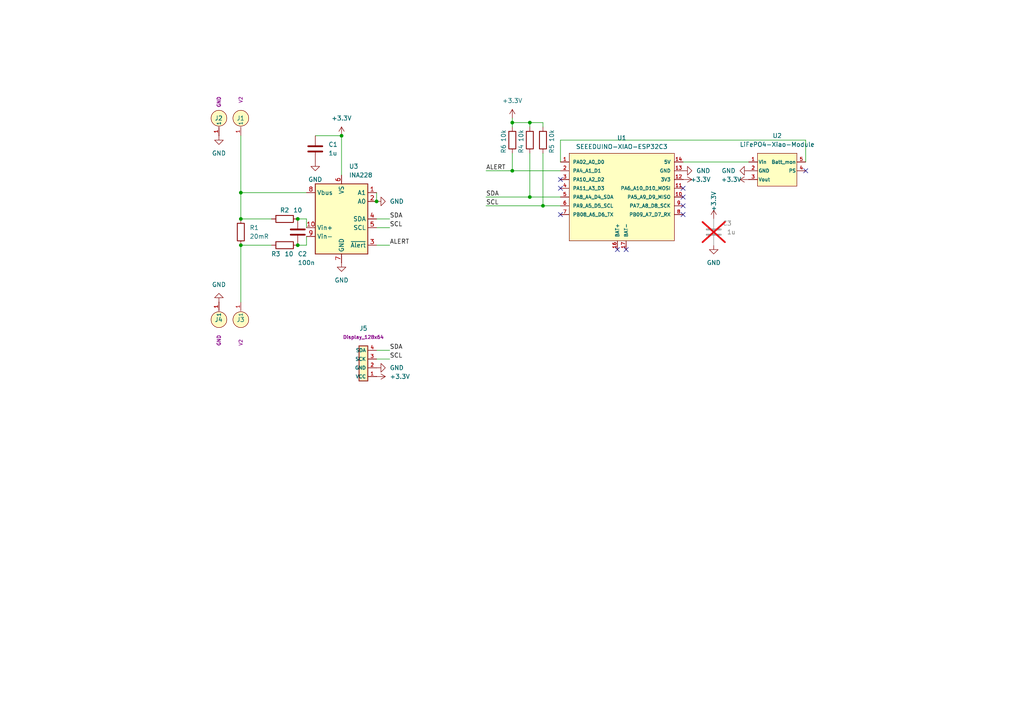
<source format=kicad_sch>
(kicad_sch (version 20250114) (generator "eeschema") (generator_version "9.0")
  (paper "A4")
  (lib_symbols
    (symbol "Device:C" (pin_numbers (hide yes)) (pin_names (offset 0.254))
      (property "Reference" "C" (at 0.635 2.54 0))
      (property "Value" "C" (at 0.635 -2.54 0))
      (symbol "C_0_1"
        (polyline (pts (xy -2.032 0.762) (xy 2.032 0.762)) (stroke (width 0.508)))
        (polyline (pts (xy -2.032 -0.762) (xy 2.032 -0.762)) (stroke (width 0.508)))
      )
      (symbol "C_1_1"
        (pin passive line (at 0 3.81 270) (length 2.794) (name "~") (number "1"))
        (pin passive line (at 0 -3.81 90) (length 2.794) (name "~") (number "2"))
      )
    )
    (symbol "Device:R" (pin_numbers (hide yes)) (pin_names (offset 0))
      (property "Reference" "R" (at 2.032 0 90))
      (property "Value" "R" (at 0 0 90))
      (symbol "R_0_1"
        (rectangle (start -1.016 -2.54) (end 1.016 2.54) (stroke (width 0.254)))
      )
      (symbol "R_1_1"
        (pin passive line (at 0 3.81 270) (length 1.27) (name "~") (number "1"))
        (pin passive line (at 0 -3.81 90) (length 1.27) (name "~") (number "2"))
      )
    )
    (symbol "Marcus_Connectors:Banana-Socket"
      (property "Reference" "J" (at 6.985 5.08 0))
      (property "SchematicName" "Banana-Socket" (at 2.54 -3.175 0))
      (symbol "Banana-Socket_0_1"
        (circle (center 7.62 0) (radius 2.2895) (fill (type color) (color 255 252 194 1)))
      )
      (symbol "Banana-Socket_1_1"
        (pin passive line (at 2.54 0 0) (length 2.54) (name "1") (number "1"))
      )
    )
    (symbol "Marcus_Modules:Display-OLED-1.3-Module"
      (property "Reference" "J" (at 5.08 3.175 0))
      (property "SchematicName" "Display_128x64" (at 5.08 -10.16 0))
      (symbol "Display-OLED-1.3-Module_1_1"
        (rectangle (start 5.08 1.27) (end 7.62 -8.89) (stroke (width 0.254)) (fill (type background)))
        (pin passive line (at 2.54 0 0) (length 2.54) (name "VCC") (number "1"))
        (pin passive line (at 2.54 -2.54 0) (length 2.54) (name "GND") (number "2"))
        (pin passive line (at 2.54 -5.08 0) (length 2.54) (name "SCK") (number "3"))
        (pin passive line (at 2.54 -7.62 0) (length 2.54) (name "SDA") (number "4"))
      )
    )
    (symbol "Marcus_Modules:LiFePO4-Xiao-Module" (pin_names (offset 0.254))
      (property "Reference" "U" (at 4.064 4.572 0))
      (property "Value" "LiFePO4-Xiao-Module" (at 5.588 2.032 0))
      (symbol "LiFePO4-Xiao-Module_1_1"
        (rectangle (start 0 0) (end 11.43 -9.525) (fill (type background)))
        (pin passive line (at -2.54 -2.54 0) (length 2.54) (name "Vin") (number "1"))
        (pin passive line (at -2.54 -5.08 0) (length 2.54) (name "GND") (number "2"))
        (pin passive line (at -2.54 -7.62 0) (length 2.54) (name "Vout") (number "3"))
        (pin passive line (at 13.97 -2.54 180) (length 2.54) (name "Batt_mon") (number "5"))
        (pin passive line (at 13.97 -5.08 180) (length 2.54) (name "PS") (number "4"))
      )
    )
    (symbol "Marcus_Modules:SEEEDUINO-XIAO-ESP32C3" (pin_names (offset 1.016))
      (property "Reference" "U" (at 13.335 8.89 0))
      (property "Value" "SEEEDUINO-XIAO-ESP32C3" (at 0 3.81 0))
      (symbol "SEEEDUINO-XIAO-ESP32C3_1_0"
        (rectangle (start 0 0.635) (end 30.48 -24.765) (fill (type background)))
        (pin passive line (at -2.54 -1.905 0) (length 2.54) (name "PA02_A0_D0") (number "1"))
        (pin passive line (at -2.54 -4.445 0) (length 2.54) (name "PA4_A1_D1") (number "2"))
        (pin passive line (at -2.54 -6.985 0) (length 2.54) (name "PA10_A2_D2") (number "3"))
        (pin passive line (at -2.54 -9.525 0) (length 2.54) (name "PA11_A3_D3") (number "4"))
        (pin passive line (at -2.54 -12.065 0) (length 2.54) (name "PA8_A4_D4_SDA") (number "5"))
        (pin passive line (at -2.54 -14.605 0) (length 2.54) (name "PA9_A5_D5_SCL") (number "6"))
        (pin passive line (at -2.54 -17.145 0) (length 2.54) (name "PB08_A6_D6_TX") (number "7"))
        (pin passive line (at 33.02 -1.905 180) (length 2.54) (name "5V") (number "14"))
        (pin passive line (at 33.02 -4.445 180) (length 2.54) (name "GND") (number "13"))
        (pin passive line (at 33.02 -6.985 180) (length 2.54) (name "3V3") (number "12"))
        (pin passive line (at 33.02 -9.525 180) (length 2.54) (name "PA6_A10_D10_MOSI") (number "11"))
        (pin passive line (at 33.02 -12.065 180) (length 2.54) (name "PA5_A9_D9_MISO") (number "10"))
        (pin passive line (at 33.02 -14.605 180) (length 2.54) (name "PA7_A8_D8_SCK") (number "9"))
        (pin passive line (at 33.02 -17.145 180) (length 2.54) (name "PB09_A7_D7_RX") (number "8"))
      )
      (symbol "SEEEDUINO-XIAO-ESP32C3_1_1"
        (pin passive line (at 13.97 -27.305 90) (length 2.54) (name "BAT+") (number "16"))
        (pin passive line (at 16.51 -27.305 90) (length 2.54) (name "BAT-") (number "17"))
      )
    )
    (symbol "Sensor_Energy:INA228"
      (property "Reference" "U" (at -6.35 11.43 0))
      (property "Value" "INA228" (at 3.81 11.43 0))
      (symbol "INA228_0_1"
        (rectangle (start 7.62 10.16) (end -7.62 -10.16) (stroke (width 0.254)) (fill (type background)))
      )
      (symbol "INA228_1_1"
        (pin input line (at -10.16 7.62 0) (length 2.54) (name "Vbus") (number "8"))
        (pin input line (at -10.16 -2.54 0) (length 2.54) (name "Vin+") (number "10"))
        (pin input line (at -10.16 -5.08 0) (length 2.54) (name "Vin-") (number "9"))
        (pin power_in line (at 0 12.7 270) (length 2.54) (name "VS") (number "6"))
        (pin power_in line (at 0 -12.7 90) (length 2.54) (name "GND") (number "7"))
        (pin input line (at 10.16 7.62 180) (length 2.54) (name "A1") (number "1"))
        (pin input line (at 10.16 5.08 180) (length 2.54) (name "A0") (number "2"))
        (pin bidirectional line (at 10.16 0 180) (length 2.54) (name "SDA") (number "4"))
        (pin input line (at 10.16 -2.54 180) (length 2.54) (name "SCL") (number "5"))
        (pin open_collector line (at 10.16 -7.62 180) (length 2.54) (name "~{Alert}") (number "3"))
      )
    )
    (symbol "power:+3.3V" (power) (pin_numbers (hide yes)) (pin_names (offset 0) (hide yes))
      (property "Value" "+3.3V" (at 0 3.556 0))
      (symbol "+3.3V_0_1"
        (polyline (pts (xy -0.762 1.27) (xy 0 2.54)))
        (polyline (pts (xy 0 2.54) (xy 0.762 1.27)))
        (polyline (pts (xy 0 0) (xy 0 2.54)))
      )
      (symbol "+3.3V_1_1"
        (pin power_in line (at 0 0 90) (length 0) (name "~") (number "1"))
      )
    )
    (symbol "power:GND" (power) (pin_numbers (hide yes)) (pin_names (offset 0) (hide yes))
      (property "Value" "GND" (at 0 -3.81 0))
      (symbol "GND_0_1"
        (polyline (pts (xy 0 0) (xy 0 -1.27) (xy 1.27 -1.27) (xy 0 -2.54) (xy -1.27 -1.27) (xy 0 -1.27)))
      )
      (symbol "GND_1_1"
        (pin power_in line (at 0 0 270) (length 0) (name "~") (number "1"))
      )
    )
  )
  (junction (at 157.48 59.69))
  (junction (at 86.36 63.5))
  (junction (at 86.36 71.12))
  (junction (at 109.22 58.42))
  (junction (at 99.06 39.37))
  (junction (at 69.85 63.5))
  (junction (at 153.67 35.56))
  (junction (at 148.59 35.56))
  (junction (at 69.85 71.12))
  (junction (at 148.59 49.53))
  (junction (at 153.67 57.15))
  (junction (at 69.85 55.88))
  (no_connect (at 198.12 62.23))
  (no_connect (at 162.56 62.23))
  (no_connect (at 162.56 52.07))
  (no_connect (at 181.61 72.39))
  (no_connect (at 162.56 54.61))
  (no_connect (at 198.12 59.69))
  (no_connect (at 198.12 57.15))
  (no_connect (at 198.12 54.61))
  (no_connect (at 233.68 49.53))
  (no_connect (at 179.07 72.39))
  (wire (pts (xy 148.59 36.83) (xy 148.59 35.56)))
  (wire (pts (xy 153.67 36.83) (xy 153.67 35.56)))
  (wire (pts (xy 69.85 55.88) (xy 69.85 63.5)))
  (wire (pts (xy 153.67 44.45) (xy 153.67 57.15)))
  (wire (pts (xy 69.85 63.5) (xy 78.74 63.5)))
  (wire (pts (xy 88.9 55.88) (xy 69.85 55.88)))
  (wire (pts (xy 148.59 35.56) (xy 153.67 35.56)))
  (wire (pts (xy 148.59 49.53) (xy 162.56 49.53)))
  (wire (pts (xy 157.48 44.45) (xy 157.48 59.69)))
  (wire (pts (xy 109.22 101.6) (xy 113.03 101.6)))
  (wire (pts (xy 157.48 35.56) (xy 153.67 35.56)))
  (wire (pts (xy 109.22 104.14) (xy 113.03 104.14)))
  (wire (pts (xy 157.48 35.56) (xy 157.48 36.83)))
  (wire (pts (xy 88.9 68.58) (xy 88.9 71.12)))
  (wire (pts (xy 86.36 63.5) (xy 88.9 63.5)))
  (wire (pts (xy 140.97 59.69) (xy 157.48 59.69)))
  (wire (pts (xy 109.22 63.5) (xy 113.03 63.5)))
  (wire (pts (xy 153.67 57.15) (xy 162.56 57.15)))
  (wire (pts (xy 88.9 66.04) (xy 88.9 63.5)))
  (wire (pts (xy 140.97 49.53) (xy 148.59 49.53)))
  (wire (pts (xy 91.44 39.37) (xy 99.06 39.37)))
  (wire (pts (xy 162.56 40.64) (xy 162.56 46.99)))
  (wire (pts (xy 157.48 59.69) (xy 162.56 59.69)))
  (wire (pts (xy 109.22 71.12) (xy 113.03 71.12)))
  (wire (pts (xy 233.68 40.64) (xy 162.56 40.64)))
  (wire (pts (xy 109.22 55.88) (xy 109.22 58.42)))
  (wire (pts (xy 69.85 39.37) (xy 69.85 55.88)))
  (wire (pts (xy 148.59 35.56) (xy 148.59 34.29)))
  (wire (pts (xy 99.06 39.37) (xy 99.06 50.8)))
  (wire (pts (xy 69.85 71.12) (xy 69.85 87.63)))
  (wire (pts (xy 109.22 66.04) (xy 113.03 66.04)))
  (wire (pts (xy 69.85 71.12) (xy 78.74 71.12)))
  (wire (pts (xy 148.59 44.45) (xy 148.59 49.53)))
  (wire (pts (xy 140.97 57.15) (xy 153.67 57.15)))
  (wire (pts (xy 86.36 71.12) (xy 88.9 71.12)))
  (wire (pts (xy 233.68 46.99) (xy 233.68 40.64)))
  (wire (pts (xy 198.12 46.99) (xy 217.17 46.99)))
  (label "ALERT" (at 113.03 71.12 0))
  (label "SDA" (at 113.03 101.6 0))
  (label "SCL" (at 140.97 59.69 0))
  (label "SCL" (at 113.03 66.04 0))
  (label "SDA" (at 140.97 57.15 0))
  (label "SCL" (at 113.03 104.14 0))
  (label "ALERT" (at 140.97 49.53 0))
  (label "SDA" (at 113.03 63.5 0))
  (symbol (lib_id "Marcus_Modules:LiFePO4-Xiao-Module") (at 219.71 44.45 0) (unit 1)
    (property "Reference" "U2" (at 225.425 39.37 0))
    (property "Value" "LiFePO4-Xiao-Module" (at 225.425 41.91 0))
    (property "Footprint" "Marcus_Modules:LiFePO4-Xiao-Module" (effects (hide yes)))
    (property "Description" "LiFePO4-charge and discharge module for Seeed Xiao" (effects (hide yes)))
  )
  (symbol (lib_id "power:+3.3V") (at 99.06 39.37 0) (unit 1)
    (property "Reference" "#PWR09" (effects (hide yes)))
    (property "Value" "+3.3V" (at 99.06 34.29 0))
    (property "Description" "Power symbol creates a global label with name \"+3.3V\"" (effects (hide yes)))
  )
  (symbol (lib_id "power:GND") (at 217.17 49.53 270) (unit 1)
    (property "Reference" "#PWR02" (effects (hide yes)))
    (property "Value" "GND" (at 213.36 49.5299 90) (effects (justify right)))
    (property "Description" "Power symbol creates a global label with name \"GND\" , ground" (effects (hide yes)))
  )
  (symbol (lib_id "power:GND") (at 99.06 76.2 0) (unit 1)
    (property "Reference" "#PWR08" (effects (hide yes)))
    (property "Value" "GND" (at 99.06 81.28 0))
    (property "Description" "Power symbol creates a global label with name \"GND\" , ground" (effects (hide yes)))
  )
  (symbol (lib_id "Device:C") (at 207.01 67.31 0) (unit 1) (dnp yes)
    (property "Reference" "C3" (at 209.55 64.77 0) (effects (justify left)))
    (property "Value" "1u" (at 210.82 67.31 0) (effects (justify left)))
    (property "Footprint" "Capacitor_SMD:C_0805_2012Metric" (effects (hide yes)))
    (property "Description" "Unpolarized capacitor" (effects (hide yes)))
  )
  (symbol (lib_id "power:+3.3V") (at 109.22 109.22 270) (unit 1)
    (property "Reference" "#PWR04" (effects (hide yes)))
    (property "Value" "+3.3V" (at 113.03 109.2199 90) (effects (justify left)))
    (property "Description" "Power symbol creates a global label with name \"+3.3V\"" (effects (hide yes)))
  )
  (symbol (lib_id "Sensor_Energy:INA228") (at 99.06 63.5 0) (unit 1)
    (property "Reference" "U3" (at 101.2033 48.26 0) (effects (justify left)))
    (property "Value" "INA228" (at 101.2033 50.8 0) (effects (justify left)))
    (property "Footprint" "Package_SO:VSSOP-10_3x3mm_P0.5mm" (effects (hide yes)))
    (property "Datasheet" "https://www.ti.com/lit/ds/symlink/ina228.pdf" (effects (hide yes)))
    (property "Description" "High-Side or Low-Side Measurement, Bi-Directional Current and Power Monitor (0-85V) with I2C, SMBus-, and PMBus-Compatible Interface, VSSOP-10" (effects (hide yes)))
  )
  (symbol (lib_id "power:+3.3V") (at 198.12 52.07 270) (unit 1)
    (property "Reference" "#PWR013" (effects (hide yes)))
    (property "Value" "+3.3V" (at 203.2 52.07 90))
    (property "Description" "Power symbol creates a global label with name \"+3.3V\"" (effects (hide yes)))
  )
  (symbol (lib_id "Marcus_Connectors:Banana-Socket") (at 69.85 41.91 90) (unit 1)
    (property "Reference" "J1" (at 68.58 34.29 90) (effects (justify right)))
    (property "Value" "Banana-Socket" (effects (hide yes)))
    (property "Footprint" "Marcus_Connectors:banana-socket" (effects (hide yes)))
    (property "Datasheet" "https://www.keyelco.com/product.cfm/product_id/2379" (effects (hide yes)))
    (property "Description" "Banana Socket Connector; Bullet" (effects (hide yes)))
    (property "Height" "2.49" (effects (hide yes)))
    (property "Mouser Part Number" "534-575-4" (effects (hide yes)))
    (property "Mouser Price/Stock" "https://www.mouser.co.uk/ProductDetail/Keystone-Electronics/575-4?qs=w4ABFRoM%2FL8pPaUzIDyX8Q%3D%3D" (effects (hide yes)))
    (property "SchematicName" "V2" (at 69.85 27.94 0) (effects (font (size 1 1)) (justify right)))
  )
  (symbol (lib_id "Device:R") (at 69.85 67.31 0) (unit 1)
    (property "Reference" "R1" (at 72.39 66.0399 0) (effects (justify left)))
    (property "Value" "20mR" (at 72.39 68.5799 0) (effects (justify left)))
    (property "Footprint" "Resistor_SMD:R_2512_6332Metric" (effects (hide yes)))
    (property "Description" "Resistor" (effects (hide yes)))
  )
  (symbol (lib_id "Device:C") (at 86.36 67.31 0) (unit 1)
    (property "Reference" "C2" (at 86.36 73.66 0) (effects (justify left)))
    (property "Value" "100n" (at 86.36 76.2 0) (effects (justify left)))
    (property "Footprint" "Capacitor_SMD:C_0603_1608Metric" (effects (hide yes)))
    (property "Description" "Unpolarized capacitor" (effects (hide yes)))
  )
  (symbol (lib_id "power:+3.3V") (at 207.01 63.5 0) (unit 1)
    (property "Reference" "#PWR014" (effects (hide yes)))
    (property "Value" "+3.3V" (at 207.01 58.42 90))
    (property "Description" "Power symbol creates a global label with name \"+3.3V\"" (effects (hide yes)))
  )
  (symbol (lib_id "power:+3.3V") (at 217.17 52.07 90) (unit 1)
    (property "Reference" "#PWR01" (effects (hide yes)))
    (property "Value" "+3.3V" (at 212.09 52.07 90))
    (property "Description" "Power symbol creates a global label with name \"+3.3V\"" (effects (hide yes)))
  )
  (symbol (lib_id "Marcus_Modules:Display-OLED-1.3-Module") (at 111.76 109.22 180) (unit 1)
    (property "Reference" "J5" (at 105.41 95.25 0))
    (property "Value" "Display-OLED-1.3-Module" (effects (hide yes)))
    (property "Footprint" "Marcus_Modules:Display-OLED-1.3-Module" (effects (hide yes)))
    (property "Description" "1.3 128X64 OLED Display Module I2C; Chip: SH1106" (effects (hide yes)))
    (property "SchematicName" "Display_128x64" (at 105.41 97.79 0) (effects (font (size 1 1))))
  )
  (symbol (lib_id "power:GND") (at 109.22 58.42 90) (unit 1)
    (property "Reference" "#PWR07" (effects (hide yes)))
    (property "Value" "GND" (at 113.03 58.4199 90) (effects (justify right)))
    (property "Description" "Power symbol creates a global label with name \"GND\" , ground" (effects (hide yes)))
  )
  (symbol (lib_id "Device:C") (at 91.44 43.18 0) (unit 1)
    (property "Reference" "C1" (at 95.25 41.9099 0) (effects (justify left)))
    (property "Value" "1u" (at 95.25 44.4499 0) (effects (justify left)))
    (property "Footprint" "Capacitor_SMD:C_0603_1608Metric" (effects (hide yes)))
    (property "Description" "Unpolarized capacitor" (effects (hide yes)))
  )
  (symbol (lib_id "Marcus_Connectors:Banana-Socket") (at 63.5 85.09 90) (mirror x) (unit 1)
    (property "Reference" "J4" (at 62.23 92.71 90) (effects (justify right)))
    (property "Value" "Banana-Socket" (effects (hide yes)))
    (property "Footprint" "Marcus_Connectors:banana-socket" (effects (hide yes)))
    (property "Datasheet" "https://www.keyelco.com/product.cfm/product_id/2379" (effects (hide yes)))
    (property "Description" "Banana Socket Connector; Bullet" (effects (hide yes)))
    (property "Height" "2.49" (effects (hide yes)))
    (property "Mouser Part Number" "534-575-4" (effects (hide yes)))
    (property "Mouser Price/Stock" "https://www.mouser.co.uk/ProductDetail/Keystone-Electronics/575-4?qs=w4ABFRoM%2FL8pPaUzIDyX8Q%3D%3D" (effects (hide yes)))
    (property "SchematicName" "GND" (at 63.5 100.33 0) (effects (font (size 1 1)) (justify right)))
  )
  (symbol (lib_id "power:GND") (at 207.01 71.12 0) (unit 1)
    (property "Reference" "#PWR015" (effects (hide yes)))
    (property "Value" "GND" (at 207.01 76.2 0))
    (property "Description" "Power symbol creates a global label with name \"GND\" , ground" (effects (hide yes)))
  )
  (symbol (lib_id "power:GND") (at 63.5 39.37 0) (unit 1)
    (property "Reference" "#PWR05" (effects (hide yes)))
    (property "Value" "GND" (at 63.5 44.45 0))
    (property "Description" "Power symbol creates a global label with name \"GND\" , ground" (effects (hide yes)))
  )
  (symbol (lib_id "power:GND") (at 91.44 46.99 0) (unit 1)
    (property "Reference" "#PWR010" (effects (hide yes)))
    (property "Value" "GND" (at 91.44 52.07 0))
    (property "Description" "Power symbol creates a global label with name \"GND\" , ground" (effects (hide yes)))
  )
  (symbol (lib_id "Device:R") (at 153.67 40.64 180) (unit 1)
    (property "Reference" "R4" (at 151.13 43.18 90))
    (property "Value" "10k" (at 151.13 39.37 90))
    (property "Footprint" "Resistor_SMD:R_0805_2012Metric" (effects (hide yes)))
    (property "Description" "Resistor" (effects (hide yes)))
  )
  (symbol (lib_id "Device:R") (at 82.55 71.12 90) (unit 1)
    (property "Reference" "R3" (at 80.01 73.66 90))
    (property "Value" "10" (at 83.82 73.66 90))
    (property "Footprint" "Resistor_SMD:R_0805_2012Metric" (effects (hide yes)))
    (property "Description" "Resistor" (effects (hide yes)))
  )
  (symbol (lib_id "Marcus_Connectors:Banana-Socket") (at 63.5 41.91 90) (unit 1)
    (property "Reference" "J2" (at 62.23 34.29 90) (effects (justify right)))
    (property "Value" "Banana-Socket" (effects (hide yes)))
    (property "Footprint" "Marcus_Connectors:banana-socket" (effects (hide yes)))
    (property "Datasheet" "https://www.keyelco.com/product.cfm/product_id/2379" (effects (hide yes)))
    (property "Description" "Banana Socket Connector; Bullet" (effects (hide yes)))
    (property "Height" "2.49" (effects (hide yes)))
    (property "Mouser Part Number" "534-575-4" (effects (hide yes)))
    (property "Mouser Price/Stock" "https://www.mouser.co.uk/ProductDetail/Keystone-Electronics/575-4?qs=w4ABFRoM%2FL8pPaUzIDyX8Q%3D%3D" (effects (hide yes)))
    (property "SchematicName" "GND" (at 63.5 27.94 0) (effects (font (size 1 1)) (justify right)))
  )
  (symbol (lib_id "power:+3.3V") (at 148.59 34.29 0) (unit 1)
    (property "Reference" "#PWR012" (effects (hide yes)))
    (property "Value" "+3.3V" (at 148.59 29.21 0))
    (property "Description" "Power symbol creates a global label with name \"+3.3V\"" (effects (hide yes)))
  )
  (symbol (lib_id "Device:R") (at 148.59 40.64 180) (unit 1)
    (property "Reference" "R6" (at 146.05 43.18 90))
    (property "Value" "10k" (at 146.05 39.37 90))
    (property "Footprint" "Resistor_SMD:R_0805_2012Metric" (effects (hide yes)))
    (property "Description" "Resistor" (effects (hide yes)))
  )
  (symbol (lib_id "Device:R") (at 82.55 63.5 90) (unit 1)
    (property "Reference" "R2" (at 82.55 60.96 90))
    (property "Value" "10" (at 86.36 60.96 90))
    (property "Footprint" "Resistor_SMD:R_0805_2012Metric" (effects (hide yes)))
    (property "Description" "Resistor" (effects (hide yes)))
  )
  (symbol (lib_id "power:GND") (at 198.12 49.53 90) (unit 1)
    (property "Reference" "#PWR011" (effects (hide yes)))
    (property "Value" "GND" (at 201.93 49.5299 90) (effects (justify right)))
    (property "Description" "Power symbol creates a global label with name \"GND\" , ground" (effects (hide yes)))
  )
  (symbol (lib_id "power:GND") (at 109.22 106.68 90) (unit 1)
    (property "Reference" "#PWR03" (effects (hide yes)))
    (property "Value" "GND" (at 113.03 106.6799 90) (effects (justify right)))
    (property "Description" "Power symbol creates a global label with name \"GND\" , ground" (effects (hide yes)))
  )
  (symbol (lib_id "Marcus_Modules:SEEEDUINO-XIAO-ESP32C3") (at 165.1 45.085 0) (unit 1)
    (property "Reference" "U1" (at 180.34 40.005 0))
    (property "Value" "SEEEDUINO-XIAO-ESP32C3" (at 180.34 42.545 0))
    (property "Footprint" "Marcus_Modules:SEEEDUINO-XIAO-ESP32C3" (effects (hide yes)))
  )
  (symbol (lib_id "Marcus_Connectors:Banana-Socket") (at 69.85 85.09 90) (mirror x) (unit 1)
    (property "Reference" "J3" (at 68.58 92.71 90) (effects (justify right)))
    (property "Value" "Banana-Socket" (effects (hide yes)))
    (property "Footprint" "Marcus_Connectors:banana-socket" (effects (hide yes)))
    (property "Datasheet" "https://www.keyelco.com/product.cfm/product_id/2379" (effects (hide yes)))
    (property "Description" "Banana Socket Connector; Bullet" (effects (hide yes)))
    (property "Height" "2.49" (effects (hide yes)))
    (property "Mouser Part Number" "534-575-4" (effects (hide yes)))
    (property "Mouser Price/Stock" "https://www.mouser.co.uk/ProductDetail/Keystone-Electronics/575-4?qs=w4ABFRoM%2FL8pPaUzIDyX8Q%3D%3D" (effects (hide yes)))
    (property "SchematicName" "V2" (at 69.85 100.33 0) (effects (font (size 1 1)) (justify right)))
  )
  (symbol (lib_id "power:GND") (at 63.5 87.63 0) (mirror x) (unit 1)
    (property "Reference" "#PWR06" (effects (hide yes)))
    (property "Value" "GND" (at 63.5 82.55 0))
    (property "Description" "Power symbol creates a global label with name \"GND\" , ground" (effects (hide yes)))
  )
  (symbol (lib_id "Device:R") (at 157.48 40.64 180) (unit 1)
    (property "Reference" "R5" (at 160.02 43.18 90))
    (property "Value" "10k" (at 160.02 39.37 90))
    (property "Footprint" "Resistor_SMD:R_0805_2012Metric" (effects (hide yes)))
    (property "Description" "Resistor" (effects (hide yes)))
  )
)
</source>
